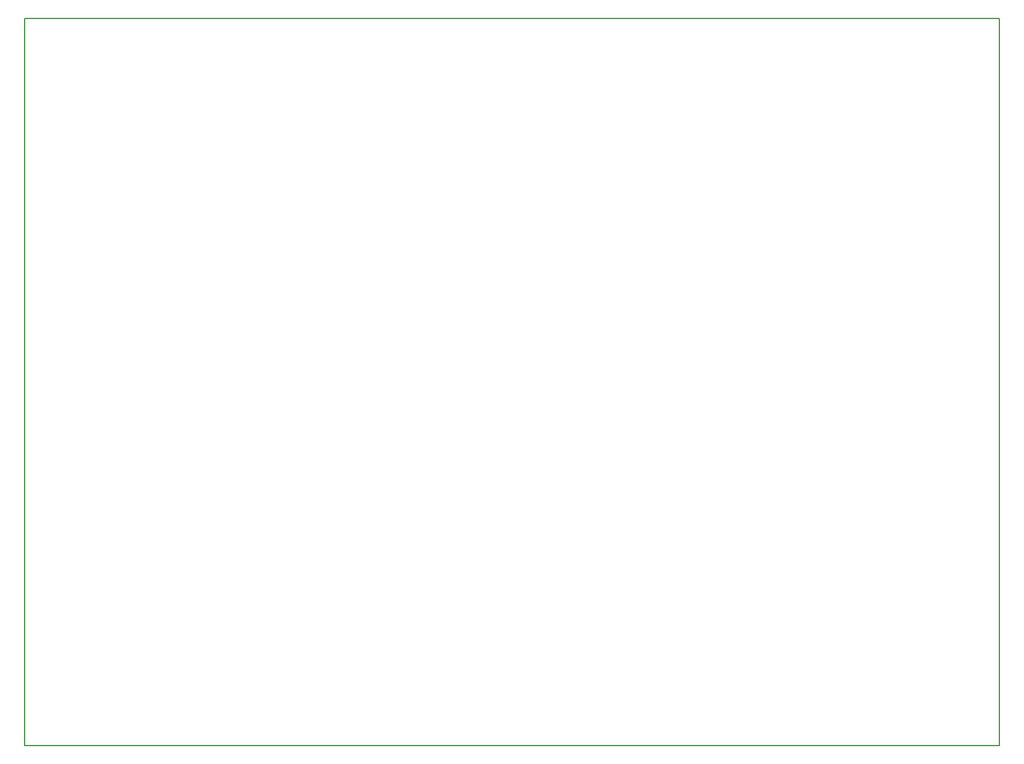
<source format=gbr>
G04 DipTrace 4.0.0.2*
G04 BoardOutline.gbr*
%MOIN*%
G04 #@! TF.FileFunction,Profile*
G04 #@! TF.Part,Single*
%ADD11C,0.005512*%
%FSLAX26Y26*%
G04*
G70*
G90*
G75*
G01*
G04 BoardOutline*
%LPD*%
X5669591Y4331008D2*
D11*
Y394000D1*
X394000D1*
Y4331008D1*
X5669591D1*
M02*

</source>
